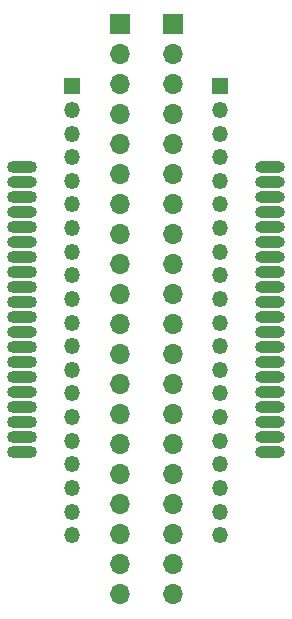
<source format=gbr>
%TF.GenerationSoftware,KiCad,Pcbnew,8.0.2*%
%TF.CreationDate,2024-05-06T01:30:38+09:00*%
%TF.ProjectId,pitch-convert,70697463-682d-4636-9f6e-766572742e6b,1*%
%TF.SameCoordinates,PX66ff300PY72eaf20*%
%TF.FileFunction,Soldermask,Bot*%
%TF.FilePolarity,Negative*%
%FSLAX46Y46*%
G04 Gerber Fmt 4.6, Leading zero omitted, Abs format (unit mm)*
G04 Created by KiCad (PCBNEW 8.0.2) date 2024-05-06 01:30:38*
%MOMM*%
%LPD*%
G01*
G04 APERTURE LIST*
%ADD10O,2.540000X1.008000*%
%ADD11O,2.540000X1.000000*%
%ADD12R,1.350000X1.350000*%
%ADD13O,1.350000X1.350000*%
%ADD14R,1.700000X1.700000*%
%ADD15O,1.700000X1.700000*%
%ADD16O,2.532000X1.000000*%
%ADD17O,2.532000X1.008000*%
G04 APERTURE END LIST*
D10*
%TO.C,J5*%
X5238000Y38196000D03*
D11*
X5238000Y36930000D03*
D10*
X5238000Y35656000D03*
D11*
X5238000Y34390000D03*
D10*
X5238000Y33116000D03*
D11*
X5238000Y31850000D03*
D10*
X5238000Y30576000D03*
X5238000Y29306000D03*
X5238000Y28036000D03*
X5238000Y26766000D03*
X5238000Y25496000D03*
D11*
X5238000Y24230000D03*
D10*
X5238000Y22956000D03*
X5238000Y21686000D03*
X5238000Y20416000D03*
D11*
X5238000Y19150000D03*
D10*
X5238000Y17876000D03*
X5238000Y16606000D03*
X5238000Y15336000D03*
X5238000Y14066000D03*
%TD*%
D12*
%TO.C,J4*%
X22000000Y45000000D03*
D13*
X22000000Y43000000D03*
X22000000Y41000000D03*
X22000000Y39000000D03*
X22000000Y37000000D03*
X22000000Y35000000D03*
X22000000Y33000000D03*
X22000000Y31000000D03*
X22000000Y29000000D03*
X22000000Y27000000D03*
X22000000Y25000000D03*
X22000000Y23000000D03*
X22000000Y21000000D03*
X22000000Y19000000D03*
X22000000Y17000000D03*
X22000000Y15000000D03*
X22000000Y13000000D03*
X22000000Y11000000D03*
X22000000Y9000000D03*
X22000000Y7000000D03*
%TD*%
D14*
%TO.C,J2*%
X18000000Y50260000D03*
D15*
X18000000Y47720000D03*
X18000000Y45180000D03*
X18000000Y42640000D03*
X18000000Y40100000D03*
X18000000Y37560000D03*
X18000000Y35020000D03*
X18000000Y32480000D03*
X18000000Y29940000D03*
X18000000Y27400000D03*
X18000000Y24860000D03*
X18000000Y22320000D03*
X18000000Y19780000D03*
X18000000Y17240000D03*
X18000000Y14700000D03*
X18000000Y12160000D03*
X18000000Y9620000D03*
X18000000Y7080000D03*
X18000000Y4540000D03*
X18000000Y2000000D03*
%TD*%
D16*
%TO.C,J6*%
X26266000Y38200000D03*
X26266000Y36930000D03*
D17*
X26266000Y35656000D03*
D16*
X26266000Y34390000D03*
D17*
X26266000Y33116000D03*
D16*
X26266000Y31850000D03*
D17*
X26266000Y30576000D03*
X26266000Y29306000D03*
D16*
X26266000Y28040000D03*
D17*
X26266000Y26766000D03*
X26266000Y25496000D03*
D16*
X26266000Y24230000D03*
X26266000Y22960000D03*
X26266000Y21690000D03*
X26266000Y20420000D03*
X26266000Y19150000D03*
X26266000Y17880000D03*
X26266000Y16610000D03*
X26266000Y15340000D03*
X26266000Y14070000D03*
%TD*%
D12*
%TO.C,J3*%
X9500000Y45000000D03*
D13*
X9500000Y43000000D03*
X9500000Y41000000D03*
X9500000Y39000000D03*
X9500000Y37000000D03*
X9500000Y35000000D03*
X9500000Y33000000D03*
X9500000Y31000000D03*
X9500000Y29000000D03*
X9500000Y27000000D03*
X9500000Y25000000D03*
X9500000Y23000000D03*
X9500000Y21000000D03*
X9500000Y19000000D03*
X9500000Y17000000D03*
X9500000Y15000000D03*
X9500000Y13000000D03*
X9500000Y11000000D03*
X9500000Y9000000D03*
X9500000Y7000000D03*
%TD*%
D14*
%TO.C,J1*%
X13500000Y50260000D03*
D15*
X13500000Y47720000D03*
X13500000Y45180000D03*
X13500000Y42640000D03*
X13500000Y40100000D03*
X13500000Y37560000D03*
X13500000Y35020000D03*
X13500000Y32480000D03*
X13500000Y29940000D03*
X13500000Y27400000D03*
X13500000Y24860000D03*
X13500000Y22320000D03*
X13500000Y19780000D03*
X13500000Y17240000D03*
X13500000Y14700000D03*
X13500000Y12160000D03*
X13500000Y9620000D03*
X13500000Y7080000D03*
X13500000Y4540000D03*
X13500000Y2000000D03*
%TD*%
M02*

</source>
